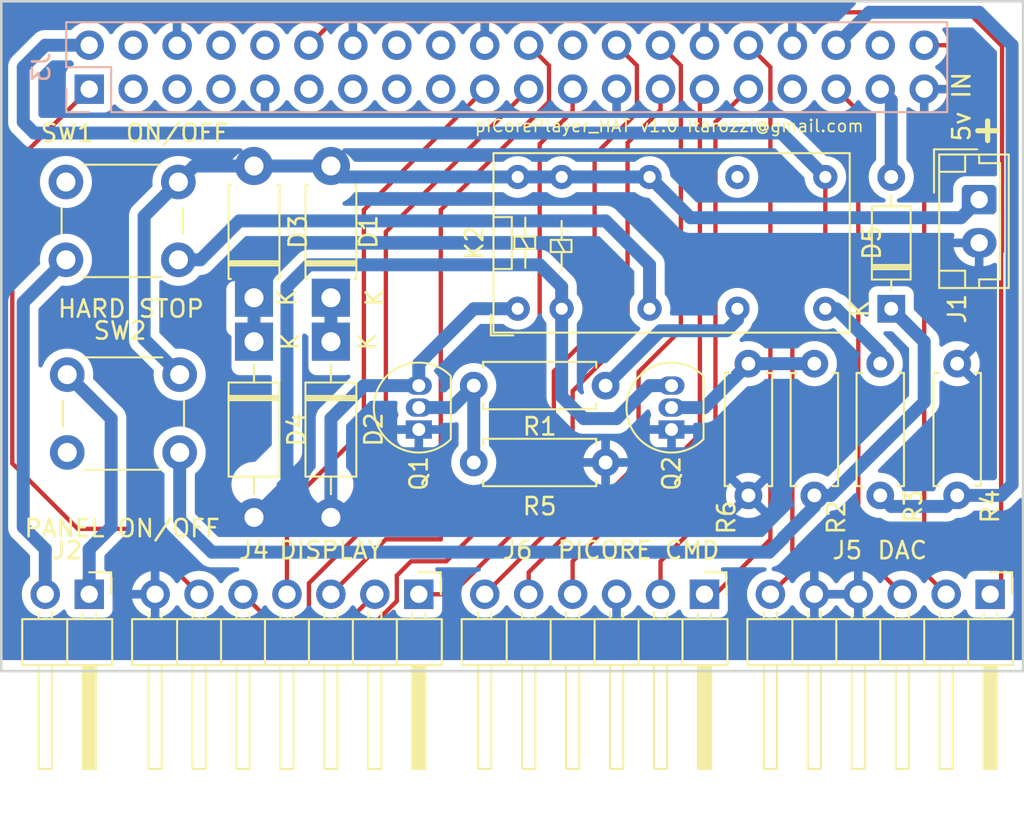
<source format=kicad_pcb>
(kicad_pcb (version 20221018) (generator pcbnew)
  (layers (0 "F.Cu" signal) (31 "B.Cu" signal) (34 "B.Paste" user) (35 "F.Paste" user) (36 "B.SilkS" user "B.Silkscreen") (37 "F.SilkS" user "F.Silkscreen") (38 "B.Mask" user) (39 "F.Mask" user) (44 "Edge.Cuts" user))
  (net 0 "")
  (net 1 "Net-(D1-K)")
  (net 2 "+5V")
  (net 3 "Net-(D2-A)")
  (net 4 "Net-(D3-K)")
  (net 5 "Net-(D4-A)")
  (net 6 "Net-(D5-K)")
  (net 7 "GND")
  (net 9 "Net-(K2-Pad11)")
  (net 10 "Net-(J2-Pin_2)")
  (net 11 "Net-(Q1-B)")
  (net 12 "Net-(Q2-B)")
  (net 13 "/GPIO_POWEROFF_STATUS")
  (net 14 "/DAC_VCC")
  (net 15 "/DAC_BCK")
  (net 17 "/DISPLAY_VCC")
  (net 21 "/ENCODER_CCW")
  (net 24 "/ENCODER_CW")
  (net 26 "/DISPLAY_SDA")
  (net 27 "/DISPLAY_DC")
  (net 28 "/DISPLAY_RST")
  (net 29 "/DISPLAY_SCL")
  (net 30 "/DISPLAY_CS")
  (net 31 "/ENCODER_BTN")
  (net 32 "/DAC_LRCK")
  (net 33 "/SHUTDOWN_CMD")
  (net 34 "/DAC_DATA")
  (net 41 "/PICORE_BTN1")
  (net 42 "/PICORE_BTN2")
  (net 43 "Net-(K2-Pad9)")
  (footprint "Button_Switch_THT:SW_PUSH_6mm_H4.3mm" (layer "F.Cu") (at 115.495 77.125)
    (fp_text reference "SW1" (at 0.075 -2.83) (layer "F.SilkS"))
    (fp_text value "ON/OFF" (at 6.425 -2.83) (layer "F.SilkS"))
    (pad "1" thru_hole circle (at 0 0 90) (size 2 2) (drill 1.1) (layers "*.Cu" "*.Mask") (net 2 "+5V"))
    (pad "1" thru_hole circle (at 6.5 0 90) (size 2 2) (drill 1.1) (layers "*.Cu" "*.Mask") (net 2 "+5V"))
    (pad "2" thru_hole circle (at 0 4.5 90) (size 2 2) (drill 1.1) (layers "*.Cu" "*.Mask") (net 10 "Net-(J2-Pin_2)"))
    (pad "2" thru_hole circle (at 6.5 4.5 90) (size 2 2) (drill 1.1) (layers "*.Cu" "*.Mask") (net 10 "Net-(J2-Pin_2)"))
  )
  (footprint "Connector_JST:JST_EH_B2B-EH-A_1x02_P2.50mm_Vertical" (layer "F.Cu") (at 168.275 78.145 -90)
    (fp_text reference "J1" (at 6.31 1.27 90) (layer "F.SilkS"))
    (fp_text value "5v IN" (at -5.374 1.016 90) (layer "F.SilkS"))
    (pad "1" thru_hole roundrect (at 0 0 270) (size 1.7 2) (drill 1) (layers "*.Cu" "*.Mask") (roundrect_rratio 0.1470588235) (net 2 "+5V"))
    (pad "2" thru_hole oval (at 2.5 0 270) (size 1.7 2) (drill 1) (layers "*.Cu" "*.Mask") (net 7 "GND"))
  )
  (footprint "Package_TO_SOT_THT:TO-92_Inline" (layer "F.Cu") (at 150.495 91.44 90)
    (fp_text reference "Q2" (at -2.54 0 90) (layer "F.SilkS"))
    (fp_text value "2N3904" hide)
    (pad "1" thru_hole rect (at 0 0 90) (size 1.05 1.5) (drill 0.75) (layers "*.Cu" "*.Mask") (net 7 "GND"))
    (pad "2" thru_hole oval (at 1.27 0 90) (size 1.05 1.5) (drill 0.75) (layers "*.Cu" "*.Mask") (net 12 "Net-(Q2-B)"))
    (pad "3" thru_hole oval (at 2.54 0 90) (size 1.05 1.5) (drill 0.75) (layers "*.Cu" "*.Mask") (net 5 "Net-(D4-A)"))
  )
  (footprint "Resistor_THT:R_Axial_DIN0207_L6.3mm_D2.5mm_P7.62mm_Horizontal" (layer "F.Cu") (at 146.685 88.9 180)
    (fp_text reference "R1" (at 3.81 -2.37) (layer "F.SilkS"))
    (fp_text value "1k")
    (pad "1" thru_hole circle (at 0 0 180) (size 1.6 1.6) (drill 0.8) (layers "*.Cu" "*.Mask") (net 9 "Net-(K2-Pad11)"))
    (pad "2" thru_hole oval (at 7.62 0 180) (size 1.6 1.6) (drill 0.8) (layers "*.Cu" "*.Mask") (net 11 "Net-(Q1-B)"))
  )
  (footprint "Diode_THT:D_DO-41_SOD81_P10.16mm_Horizontal" (layer "F.Cu") (at 126.365 86.36 -90)
    (fp_text reference "D4" (at 5.08 -2.47 -90) (layer "F.SilkS"))
    (fp_text value "1N4007")
    (fp_text user "K" (at 0 -2.1 -90) (layer "F.SilkS"))
    (pad "1" thru_hole rect (at 0 0 270) (size 2.2 2.2) (drill 1.1) (layers "*.Cu" "*.Mask") (net 4 "Net-(D3-K)"))
    (pad "2" thru_hole oval (at 10.16 0 270) (size 2.2 2.2) (drill 1.1) (layers "*.Cu" "*.Mask") (net 5 "Net-(D4-A)"))
  )
  (footprint "Diode_THT:D_DO-41_SOD81_P10.16mm_Horizontal" (layer "F.Cu") (at 130.81 86.36 -90)
    (fp_text reference "D2" (at 5.08 -2.47 -90) (layer "F.SilkS"))
    (fp_text value "1N4007")
    (fp_text user "K" (at 0 -2.1 -90) (layer "F.SilkS"))
    (pad "1" thru_hole rect (at 0 0 270) (size 2.2 2.2) (drill 1.1) (layers "*.Cu" "*.Mask") (net 1 "Net-(D1-K)"))
    (pad "2" thru_hole oval (at 10.16 0 270) (size 2.2 2.2) (drill 1.1) (layers "*.Cu" "*.Mask") (net 3 "Net-(D2-A)"))
  )
  (footprint "Diode_THT:D_DO-35_SOD27_P7.62mm_Horizontal" (layer "F.Cu") (at 163.195 84.455 90)
    (fp_text reference "D5" (at 3.81 -1.12 90) (layer "F.SilkS"))
    (fp_text value "1N4148")
    (fp_text user "K" (at 0 -1.8 90) (layer "F.SilkS"))
    (pad "1" thru_hole rect (at 0 0 90) (size 1.6 1.6) (drill 0.8) (layers "*.Cu" "*.Mask") (net 6 "Net-(D5-K)"))
    (pad "2" thru_hole oval (at 7.62 0 90) (size 1.6 1.6) (drill 0.8) (layers "*.Cu" "*.Mask") (net 13 "/GPIO_POWEROFF_STATUS"))
  )
  (footprint "Resistor_THT:R_Axial_DIN0207_L6.3mm_D2.5mm_P7.62mm_Horizontal" (layer "F.Cu") (at 162.56 87.63 -90)
    (fp_text reference "R3" (at 8.255 -1.905 90) (layer "F.SilkS"))
    (fp_text value "10k")
    (pad "1" thru_hole circle (at 0 0 270) (size 1.6 1.6) (drill 0.8) (layers "*.Cu" "*.Mask") (net 43 "Net-(K2-Pad9)"))
    (pad "2" thru_hole oval (at 7.62 0 270) (size 1.6 1.6) (drill 0.8) (layers "*.Cu" "*.Mask") (net 33 "/SHUTDOWN_CMD"))
  )
  (footprint "Package_TO_SOT_THT:TO-92_Inline" (layer "F.Cu") (at 135.89 91.44 90)
    (fp_text reference "Q1" hide)
    (fp_text value "2N3904")
    (pad "1" thru_hole rect (at 0 0 90) (size 1.05 1.5) (drill 0.75) (layers "*.Cu" "*.Mask") (net 7 "GND"))
    (pad "2" thru_hole oval (at 1.27 0 90) (size 1.05 1.5) (drill 0.75) (layers "*.Cu" "*.Mask") (net 11 "Net-(Q1-B)"))
    (pad "3" thru_hole oval (at 2.54 0 90) (size 1.05 1.5) (drill 0.75) (layers "*.Cu" "*.Mask") (net 3 "Net-(D2-A)"))
  )
  (footprint "Connector_PinHeader_2.54mm:PinHeader_1x02_P2.54mm_Horizontal" (layer "F.Cu") (at 116.84 100.965 -90)
    (fp_text reference "J2" (at -2.54 1.27 -180) (layer "F.SilkS"))
    (fp_text value "PANEL ON/OFF" (at -3.81 -1.905 -180) (layer "F.SilkS"))
    (pad "1" thru_hole rect (at 0 0 270) (size 1.7 1.7) (drill 1) (layers "*.Cu" "*.Mask") (net 2 "+5V"))
    (pad "2" thru_hole oval (at 0 2.54 270) (size 1.7 1.7) (drill 1) (layers "*.Cu" "*.Mask") (net 10 "Net-(J2-Pin_2)"))
  )
  (footprint "Resistor_THT:R_Axial_DIN0207_L6.3mm_D2.5mm_P7.62mm_Horizontal" (layer "F.Cu") (at 167.005 87.63 -90)
    (fp_text reference "R4" (at 8.255 -1.905 90) (layer "F.SilkS"))
    (fp_text value "15k")
    (pad "1" thru_hole circle (at 0 0 270) (size 1.6 1.6) (drill 0.8) (layers "*.Cu" "*.Mask") (net 7 "GND"))
    (pad "2" thru_hole oval (at 7.62 0 270) (size 1.6 1.6) (drill 0.8) (layers "*.Cu" "*.Mask") (net 33 "/SHUTDOWN_CMD"))
  )
  (footprint "Resistor_THT:R_Axial_DIN0207_L6.3mm_D2.5mm_P7.62mm_Horizontal" (layer "F.Cu") (at 158.75 95.25 90)
    (fp_text reference "R2" hide)
    (fp_text value "1k")
    (pad "1" thru_hole circle (at 0 0 90) (size 1.6 1.6) (drill 0.8) (layers "*.Cu" "*.Mask") (net 6 "Net-(D5-K)"))
    (pad "2" thru_hole oval (at 7.62 0 90) (size 1.6 1.6) (drill 0.8) (layers "*.Cu" "*.Mask") (net 12 "Net-(Q2-B)"))
  )
  (footprint "Button_Switch_THT:SW_PUSH_6mm_H4.3mm" (layer "F.Cu") (at 115.57 88.265)
    (fp_text reference "SW2" (at 3.048 -2.54) (layer "F.SilkS"))
    (fp_text value "HARD STOP" (at 3.683 -3.81) (layer "F.SilkS"))
    (pad "1" thru_hole circle (at 0 0 90) (size 2 2) (drill 1.1) (layers "*.Cu" "*.Mask") (net 2 "+5V"))
    (pad "1" thru_hole circle (at 6.5 0 90) (size 2 2) (drill 1.1) (layers "*.Cu" "*.Mask") (net 2 "+5V"))
    (pad "2" thru_hole circle (at 0 4.5 90) (size 2 2) (drill 1.1) (layers "*.Cu" "*.Mask") (net 6 "Net-(D5-K)"))
    (pad "2" thru_hole circle (at 6.5 4.5 90) (size 2 2) (drill 1.1) (layers "*.Cu" "*.Mask") (net 6 "Net-(D5-K)"))
  )
  (footprint "Connector_PinHeader_2.54mm:PinHeader_1x06_P2.54mm_Horizontal" (layer "F.Cu") (at 168.91 100.965 -90)
    (fp_text reference "J5" (at -2.54 8.255) (layer "F.SilkS"))
    (fp_text value "DAC" (at -2.54 5.08) (layer "F.SilkS"))
    (pad "1" thru_hole rect (at 0 0 270) (size 1.7 1.7) (drill 1) (layers "*.Cu" "*.Mask") (net 15 "/DAC_BCK"))
    (pad "2" thru_hole oval (at 0 2.54 270) (size 1.7 1.7) (drill 1) (layers "*.Cu" "*.Mask") (net 34 "/DAC_DATA"))
    (pad "3" thru_hole oval (at 0 5.08 270) (size 1.7 1.7) (drill 1) (layers "*.Cu" "*.Mask") (net 32 "/DAC_LRCK"))
    (pad "4" thru_hole oval (at 0 7.62 270) (size 1.7 1.7) (drill 1) (layers "*.Cu" "*.Mask") (net 7 "GND"))
    (pad "5" thru_hole oval (at 0 10.16 270) (size 1.7 1.7) (drill 1) (layers "*.Cu" "*.Mask") (net 7 "GND"))
    (pad "6" thru_hole oval (at 0 12.7 270) (size 1.7 1.7) (drill 1) (layers "*.Cu" "*.Mask") (net 14 "/DAC_VCC"))
  )
  (footprint "mypackages:Relay_HFD2-05ML2A_2 coils latching" (layer "F.Cu") (at 141.605 84.455 90)
    (fp_text reference "K2" (at 3.81 -2.5 90) (layer "F.SilkS"))
    (fp_text value "Relay_HFD2_bistabile")
    (pad "1" thru_hole circle (at 7.62 0 90) (size 1.4 1.4) (drill 0.7) (layers "*.Cu" "*.Mask") (net 2 "+5V"))
    (pad "2" thru_hole circle (at 7.62 2.54 90) (size 1.4 1.4) (drill 0.7) (layers "*.Cu" "*.Mask") (net 2 "+5V"))
    (pad "4" thru_hole circle (at 7.62 7.62 90) (size 1.4 1.4) (drill 0.7) (layers "*.Cu" "*.Mask") (net 2 "+5V"))
    (pad "6" thru_hole circle (at 7.62 12.7 90) (size 1.4 1.4) (drill 0.7) (layers "*.Cu" "*.Mask"))
    (pad "8" thru_hole circle (at 7.62 17.78 90) (size 1.4 1.4) (drill 0.7) (layers "*.Cu" "*.Mask") (net 14 "/DAC_VCC"))
    (pad "9" thru_hole circle (at 0 17.78 90) (size 1.4 1.4) (drill 0.7) (layers "*.Cu" "*.Mask") (net 43 "Net-(K2-Pad9)"))
    (pad "11" thru_hole circle (at 0 12.7 90) (size 1.4 1.4) (drill 0.7) (layers "*.Cu" "*.Mask") (net 9 "Net-(K2-Pad11)"))
    (pad "13" thru_hole circle (at 0 7.62 90) (size 1.4 1.4) (drill 0.7) (layers "*.Cu" "*.Mask") (net 10 "Net-(J2-Pin_2)"))
    (pad "15" thru_hole circle (at 0 2.54 90) (size 1.4 1.4) (drill 0.7) (layers "*.Cu" "*.Mask") (net 5 "Net-(D4-A)"))
    (pad "16" thru_hole circle (at 0 0 90) (size 1.4 1.4) (drill 0.7) (layers "*.Cu" "*.Mask") (net 3 "Net-(D2-A)"))
  )
  (footprint "Resistor_THT:R_Axial_DIN0207_L6.3mm_D2.5mm_P7.62mm_Horizontal" (layer "F.Cu") (at 154.94 95.25 90)
    (fp_text reference "R6" (at -1.27 -1.27 90) (layer "F.SilkS"))
    (fp_text value "10k")
    (pad "1" thru_hole circle (at 0 0 90) (size 1.6 1.6) (drill 0.8) (layers "*.Cu" "*.Mask") (net 7 "GND"))
    (pad "2" thru_hole oval (at 7.62 0 90) (size 1.6 1.6) (drill 0.8) (layers "*.Cu" "*.Mask") (net 12 "Net-(Q2-B)"))
  )
  (footprint "Diode_THT:D_DO-41_SOD81_P7.62mm_Horizontal" (layer "F.Cu") (at 130.81 83.82 90)
    (fp_text reference "D1" (at 3.81 2.17 90) (layer "F.SilkS"))
    (fp_text value "1N4736A")
    (fp_text user "K" (at 0 2.54 90) (layer "F.SilkS"))
    (pad "1" thru_hole rect (at 0 0 90) (size 2.2 2.2) (drill 1.1) (layers "*.Cu" "*.Mask") (net 1 "Net-(D1-K)"))
    (pad "2" thru_hole oval (at 7.62 0 90) (size 2.2 2.2) (drill 1.1) (layers "*.Cu" "*.Mask") (net 2 "+5V"))
  )
  (footprint "Diode_THT:D_DO-41_SOD81_P7.62mm_Horizontal" (layer "F.Cu") (at 126.365 83.82 90)
    (fp_text reference "D3" (at 3.81 2.54 90) (layer "F.SilkS"))
    (fp_text value "1N4736A")
    (fp_text user "K" (at 0 1.905 90) (layer "F.SilkS"))
    (pad "1" thru_hole rect (at 0 0 90) (size 2.2 2.2) (drill 1.1) (layers "*.Cu" "*.Mask") (net 4 "Net-(D3-K)"))
    (pad "2" thru_hole oval (at 7.62 0 90) (size 2.2 2.2) (drill 1.1) (layers "*.Cu" "*.Mask") (net 2 "+5V"))
  )
  (footprint "Resistor_THT:R_Axial_DIN0207_L6.3mm_D2.5mm_P7.62mm_Horizontal" (layer "F.Cu") (at 139.065 93.345)
    (fp_text reference "R5" (at 3.81 2.54) (layer "F.SilkS"))
    (fp_text value "10k")
    (pad "1" thru_hole circle (at 0 0) (size 1.6 1.6) (drill 0.8) (layers "*.Cu" "*.Mask") (net 11 "Net-(Q1-B)"))
    (pad "2" thru_hole oval (at 7.62 0) (size 1.6 1.6) (drill 0.8) (layers "*.Cu" "*.Mask") (net 7 "GND"))
  )
  (footprint "Connector_PinHeader_2.54mm:PinHeader_1x07_P2.54mm_Horizontal" (layer "F.Cu") (at 135.89 100.965 -90)
    (fp_text reference "J4" (at -2.54 9.525) (layer "F.SilkS"))
    (fp_text value "DISPLAY" (at -2.54 5.08 180) (layer "F.SilkS"))
    (pad "1" thru_hole rect (at 0 0 270) (size 1.7 1.7) (drill 1) (layers "*.Cu" "*.Mask") (net 30 "/DISPLAY_CS"))
    (pad "2" thru_hole oval (at 0 2.54 270) (size 1.7 1.7) (drill 1) (layers "*.Cu" "*.Mask") (net 27 "/DISPLAY_DC"))
    (pad "3" thru_hole oval (at 0 5.08 270) (size 1.7 1.7) (drill 1) (layers "*.Cu" "*.Mask") (net 28 "/DISPLAY_RST"))
    (pad "4" thru_hole oval (at 0 7.62 270) (size 1.7 1.7) (drill 1) (layers "*.Cu" "*.Mask") (net 26 "/DISPLAY_SDA"))
    (pad "5" thru_hole oval (at 0 10.16 270) (size 1.7 1.7) (drill 1) (layers "*.Cu" "*.Mask") (net 29 "/DISPLAY_SCL"))
    (pad "6" thru_hole oval (at 0 12.7 270) (size 1.7 1.7) (drill 1) (layers "*.Cu" "*.Mask") (net 17 "/DISPLAY_VCC"))
    (pad "7" thru_hole oval (at 0 15.24 270) (size 1.7 1.7) (drill 1) (layers "*.Cu" "*.Mask") (net 7 "GND"))
  )
  (footprint "Connector_PinHeader_2.54mm:PinHeader_1x06_P2.54mm_Horizontal" (layer "F.Cu") (at 152.4 100.965 -90)
    (fp_text reference "J6" (at -2.54 10.795) (layer "F.SilkS"))
    (fp_text value "PICORE ENCODER & BTN")
    (fp_text user "PICORE CMD" (at -2.54 3.81 unlocked) (layer "F.SilkS"))
    (pad "1" thru_hole rect (at 0 0 270) (size 1.7 1.7) (drill 1) (layers "*.Cu" "*.Mask") (net 31 "/ENCODER_BTN"))
    (pad "2" thru_hole oval (at 0 2.54 270) (size 1.7 1.7) (drill 1) (layers "*.Cu" "*.Mask") (net 24 "/ENCODER_CW"))
    (pad "3" thru_hole oval (at 0 5.08 270) (size 1.7 1.7) (drill 1) (layers "*.Cu" "*.Mask") (net 7 "GND"))
    (pad "4" thru_hole oval (at 0 7.62 270) (size 1.7 1.7) (drill 1) (layers "*.Cu" "*.Mask") (net 21 "/ENCODER_CCW"))
    (pad "5" thru_hole oval (at 0 10.16 270) (size 1.7 1.7) (drill 1) (layers "*.Cu" "*.Mask") (net 41 "/PICORE_BTN1"))
    (pad "6" thru_hole oval (at 0 12.7 270) (size 1.7 1.7) (drill 1) (layers "*.Cu" "*.Mask") (net 42 "/PICORE_BTN2"))
  )
  (footprint "Connector_PinSocket_2.54mm:PinSocket_2x20_P2.54mm_Vertical" (layer "B.Cu") (at 116.84 71.755 -90)
    (fp_text reference "J3" (at -1.27 2.77 90) (layer "B.SilkS") (effects (justify mirror)))
    (fp_text value "Raspberry_Pi3")
    (pad "1" thru_hole rect (at 0 0 270) (size 1.7 1.7) (drill 1) (layers "*.Cu" "*.Mask") (net 17 "/DISPLAY_VCC"))
    (pad "2" thru_hole oval (at -2.54 0 270) (size 1.7 1.7) (drill 1) (layers "*.Cu" "*.Mask") (net 14 "/DAC_VCC"))
    (pad "3" thru_hole oval (at 0 -2.54 270) (size 1.7 1.7) (drill 1) (layers "*.Cu" "*.Mask"))
    (pad "4" thru_hole oval (at -2.54 -2.54 270) (size 1.7 1.7) (drill 1) (layers "*.Cu" "*.Mask") (net 14 "/DAC_VCC"))
    (pad "5" thru_hole oval (at 0 -5.08 270) (size 1.7 1.7) (drill 1) (layers "*.Cu" "*.Mask"))
    (pad "6" thru_hole oval (at -2.54 -5.08 270) (size 1.7 1.7) (drill 1) (layers "*.Cu" "*.Mask") (net 7 "GND"))
    (pad "7" thru_hole oval (at 0 -7.62 270) (size 1.7 1.7) (drill 1) (layers "*.Cu" "*.Mask"))
    (pad "8" thru_hole oval (at -2.54 -7.62 270) (size 1.7 1.7) (drill 1) (layers "*.Cu" "*.Mask"))
    (pad "9" thru_hole oval (at 0 -10.16 270) (size 1.7 1.7) (drill 1) (layers "*.Cu" "*.Mask") (net 7 "GND"))
    (pad "10" thru_hole oval (at -2.54 -10.16 270) (size 1.7 1.7) (drill 1) (layers "*.Cu" "*.Mask"))
    (pad "11" thru_hole oval (at 0 -12.7 270) (size 1.7 1.7) (drill 1) (layers "*.Cu" "*.Mask"))
    (pad "12" thru_hole oval (at -2.54 -12.7 270) (size 1.7 1.7) (drill 1) (layers "*.Cu" "*.Mask") (net 15 "/DAC_BCK"))
    (pad "13" thru_hole oval (at 0 -15.24 270) (size 1.7 1.7) (drill 1) (layers "*.Cu" "*.Mask"))
    (pad "14" thru_hole oval (at -2.54 -15.24 270) (size 1.7 1.7) (drill 1) (layers "*.Cu" "*.Mask") (net 7 "GND"))
    (pad "15" thru_hole oval (at 0 -17.78 270) (size 1.7 1.7) (drill 1) (layers "*.Cu" "*.Mask"))
    (pad "16" thru_hole oval (at -2.54 -17.78 270) (size 1.7 1.7) (drill 1) (layers "*.Cu" "*.Mask"))
    (pad "17" thru_hole oval (at 0 -20.32 270) (size 1.7 1.7) (drill 1) (layers "*.Cu" "*.Mask") (net 17 "/DISPLAY_VCC"))
    (pad "18" thru_hole oval (at -2.54 -20.32 270) (size 1.7 1.7) (drill 1) (layers "*.Cu" "*.Mask"))
    (pad "19" thru_hole oval (at 0 -22.86 270) (size 1.7 1.7) (drill 1) (layers "*.Cu" "*.Mask") (net 26 "/DISPLAY_SDA"))
    (pad "20" thru_hole oval (at -2.54 -22.86 270) (size 1.7 1.7) (drill 1) (layers "*.Cu" "*.Mask") (net 7 "GND"))
    (pad "21" thru_hole oval (at 0 -25.4 270) (size 1.7 1.7) (drill 1) (layers "*.Cu" "*.Mask") (net 27 "/DISPLAY_DC"))
    (pad "22" thru_hole oval (at -2.54 -25.4 270) (size 1.7 1.7) (drill 1) (layers "*.Cu" "*.Mask") (net 28 "/DISPLAY_RST"))
    (pad "23" thru_hole oval (at 0 -27.94 270) (size 1.7 1.7) (drill 1) (layers "*.Cu" "*.Mask") (net 29 "/DISPLAY_SCL"))
    (pad "24" thru_hole oval (at -2.54 -27.94 270) (size 1.7 1.7) (drill 1) (layers "*.Cu" "*.Mask"))
    (pad "25" thru_hole oval (at 0 -30.48 270) (size 1.7 1.7) (drill 1) (layers "*.Cu" "*.Mask") (net 7 "GND"))
    (pad "26" thru_hole oval (at -2.54 -30.48 270) (size 1.7 1.7) (drill 1) (layers "*.Cu" "*.Mask") (net 30 "/DISPLAY_CS"))
    (pad "27" thru_hole oval (at 0 -33.02 270) (size 1.7 1.7) (drill 1) (layers "*.Cu" "*.Mask") (net 42 "/PICORE_BTN2"))
    (pad "28" thru_hole oval (at -2.54 -33.02 270) (size 1.7 1.7) (drill 1) (layers "*.Cu" "*.Mask") (net 41 "/PICORE_BTN1"))
    (pad "29" thru_hole oval (at 0 -35.56 270) (size 1.7 1.7) (drill 1) (layers "*.Cu" "*.Mask") (net 21 "/ENCODER_CCW"))
    (pad "30" thru_hole oval (at -2.54 -35.56 270) (size 1.7 1.7) (drill 1) (layers "*.Cu" "*.Mask") (net 7 "GND"))
    (pad "31" thru_hole oval (at 0 -38.1 270) (size 1.7 1.7) (drill 1) (layers "*.Cu" "*.Mask") (net 24 "/ENCODER_CW"))
    (pad "32" thru_hole oval (at -2.54 -38.1 270) (size 1.7 1.7) (drill 1) (layers "*.Cu" "*.Mask") (net 31 "/ENCODER_BTN"))
    (pad "33" thru_hole oval (at 0 -40.64 270) (size 1.7 1.7) (drill 1) (layers "*.Cu" "*.Mask"))
    (pad "34" thru_hole oval (at -2.54 -40.64 270) (size 1.7 1.7) (drill 1) (layers "*.Cu" "*.Mask") (net 7 "GND"))
    (pad "35" thru_hole oval (at 0 -43.18 270) (size 1.7 1.7) (drill 1) (layers "*.Cu" "*.Mask") (net 32 "/DAC_LRCK"))
    (pad "36" thru_hole oval (at -2.54 -43.18 270) (size 1.7 1.7) (drill 1) (layers "*.Cu" "*.Mask") (net 33 "/SHUTDOWN_CMD"))
    (pad "37" thru_hole oval (at 0 -45.72 270) (size 1.7 1.7) (drill 1) (layers "*.Cu" "*.Mask") (net 13 "/GPIO_POWEROFF_STATUS"))
    (pad "38" thru_hole oval (at -2.54 -45.72 270) (size 1.7 1.7) (drill 1) (layers "*.Cu" "*.Mask"))
    (pad "39" thru_hole oval (at 0 -48.26 270) (size 1.7 1.7) (drill 1) (layers "*.Cu" "*.Mask") (net 7 "GND"))
    (pad "40" thru_hole oval (at -2.54 -48.26 270) (size 1.7 1.7) (drill 1) (layers "*.Cu" "*.Mask") (net 34 "/DAC_DATA"))
  )
  (gr_rect (start 111.76 66.675) (end 170.815 105.41) (stroke (width 0.15)) (fill none) (layer "Edge.Cuts"))
  (gr_text "piCorePlayer_HAT v1.0 itarozzi@gmail.com" (at 139.065 74.295) (layer "F.SilkS") (effects (font (size 0.7 0.7) (thickness 0.1)) (justify left bottom)))
  (gr_text "Q1" (at 135.89 93.98 90) (layer "F.SilkS") (effects (font (size 1 1))))
  (gr_text "R2" (at 160.02 96.52 90) (layer "F.SilkS") (effects (font (size 1 1))))
  (gr_text "+" (at 167.64 74.93) (layer "F.SilkS") (effects (font (size 1.5 1.5) (thickness 0.3) bold) (justify left bottom)))
  (segment (start 130.81 83.82) (end 130.81 86.995) (width 0.75) (layer "B.Cu") (net 1))
  (segment (start 131.445 76.835) (end 141.605 76.835) (width 0.75) (layer "B.Cu") (net 2))
  (segment (start 151.58 79.19) (end 167.23 79.19) (width 0.75) (layer "B.Cu") (net 2))
  (segment (start 118.11 97.085) (end 116.84 98.355) (width 0.75) (layer "B.Cu") (net 2))
  (segment (start 118.11 90.805) (end 118.11 97.085) (width 0.75) (layer "B.Cu") (net 2))
  (segment (start 126.365 76.2) (end 122.92 76.2) (width 0.75) (layer "B.Cu") (net 2))
  (segment (start 116.84 98.355) (end 116.84 100.965) (width 0.75) (layer "B.Cu") (net 2))
  (segment (start 120.015 86.21) (end 122.07 88.265) (width 0.75) (layer "B.Cu") (net 2))
  (segment (start 130.81 76.2) (end 131.445 76.835) (width 0.75) (layer "B.Cu") (net 2))
  (segment (start 115.57 88.265) (end 118.11 90.805) (width 0.75) (layer "B.Cu") (net 2))
  (segment (start 121.995 77.125) (end 120.015 79.105) (width 0.75) (layer "B.Cu") (net 2))
  (segment (start 122.92 76.2) (end 121.995 77.125) (width 0.75) (layer "B.Cu") (net 2))
  (segment (start 149.225 76.835) (end 151.58 79.19) (width 0.75) (layer "B.Cu") (net 2))
  (segment (start 167.23 79.19) (end 168.275 78.145) (width 0.75) (layer "B.Cu") (net 2))
  (segment (start 120.015 79.105) (end 120.015 86.21) (width 0.75) (layer "B.Cu") (net 2))
  (segment (start 126.365 76.2) (end 130.81 76.2) (width 0.75) (layer "B.Cu") (net 2))
  (segment (start 141.605 76.835) (end 149.225 76.835) (width 0.75) (layer "B.Cu") (net 2))
  (segment (start 135.89 87.63) (end 139.065 84.455) (width 0.75) (layer "B.Cu") (net 3))
  (segment (start 130.81 96.52) (end 130.81 90.805) (width 0.75) (layer "B.Cu") (net 3))
  (segment (start 135.89 88.9) (end 135.89 87.63) (width 0.75) (layer "B.Cu") (net 3))
  (segment (start 132.715 88.9) (end 135.89 88.9) (width 0.75) (layer "B.Cu") (net 3))
  (segment (start 130.81 90.805) (end 132.715 88.9) (width 0.75) (layer "B.Cu") (net 3))
  (segment (start 139.065 84.455) (end 141.605 84.455) (width 0.75) (layer "B.Cu") (net 3))
  (segment (start 126.365 83.82) (end 126.365 86.995) (width 0.75) (layer "B.Cu") (net 4))
  (segment (start 129.54 81.915) (end 128.27 83.185) (width 0.75) (layer "B.Cu") (net 5))
  (segment (start 128.27 94.615) (end 126.365 96.52) (width 0.75) (layer "B.Cu") (net 5))
  (segment (start 144.145 89.535) (end 144.145 84.455) (width 0.75) (layer "B.Cu") (net 5))
  (segment (start 145.415 90.805) (end 144.145 89.535) (width 0.75) (layer "B.Cu") (net 5))
  (segment (start 142.875 81.915) (end 129.54 81.915) (width 0.75) (layer "B.Cu") (net 5))
  (segment (start 149.225 88.9) (end 147.32 90.805) (width 0.75) (layer "B.Cu") (net 5))
  (segment (start 150.495 88.9) (end 149.225 88.9) (width 0.75) (layer "B.Cu") (net 5))
  (segment (start 128.27 83.185) (end 128.27 94.615) (width 0.75) (layer "B.Cu") (net 5))
  (segment (start 144.145 84.455) (end 144.145 83.185) (width 0.75) (layer "B.Cu") (net 5))
  (segment (start 144.145 83.185) (end 142.875 81.915) (width 0.75) (layer "B.Cu") (net 5))
  (segment (start 147.32 90.805) (end 145.415 90.805) (width 0.75) (layer "B.Cu") (net 5))
  (segment (start 165.1 89.8525) (end 165.1 86.36) (width 0.75) (layer "B.Cu") (net 6))
  (segment (start 158.75 95.25) (end 159.7025 95.25) (width 0.75) (layer "B.Cu") (net 6))
  (segment (start 156.95 97.685) (end 156.95 97.724544) (width 0.75) (layer "B.Cu") (net 6))
  (segment (start 158.75 95.885) (end 156.95 97.685) (width 0.75) (layer "B.Cu") (net 6))
  (segment (start 123.93 98.53) (end 122.07 96.67) (width 0.75) (layer "B.Cu") (net 6))
  (segment (start 158.75 95.25) (end 158.75 95.885) (width 0.75) (layer "B.Cu") (net 6))
  (segment (start 159.7025 95.25) (end 165.1 89.8525) (width 0.75) (layer "B.Cu") (net 6))
  (segment (start 122.07 96.67) (end 122.07 92.765) (width 0.75) (layer "B.Cu") (net 6))
  (segment (start 156.144544 98.53) (end 123.93 98.53) (width 0.75) (layer "B.Cu") (net 6))
  (segment (start 156.95 97.724544) (end 156.144544 98.53) (width 0.75) (layer "B.Cu") (net 6))
  (segment (start 165.1 86.36) (end 163.195 84.455) (width 0.75) (layer "B.Cu") (net 6))
  (segment (start 154.305 85.09) (end 153.67 85.725) (width 0.75) (layer "B.Cu") (net 9))
  (segment (start 153.67 85.725) (end 149.86 85.725) (width 0.75) (layer "B.Cu") (net 9))
  (segment (start 149.86 85.725) (end 146.685 88.9) (width 0.75) (layer "B.Cu") (net 9))
  (segment (start 154.305 84.455) (end 154.305 85.09) (width 0.75) (layer "B.Cu") (net 9))
  (segment (start 125.515 79.375) (end 146.685 79.375) (width 0.75) (layer "B.Cu") (net 10))
  (segment (start 123.265 81.625) (end 125.515 79.375) (width 0.75) (layer "B.Cu") (net 10))
  (segment (start 113.03 84.09) (end 115.495 81.625) (width 0.75) (layer "B.Cu") (net 10))
  (segment (start 121.995 81.625) (end 123.265 81.625) (width 0.75) (layer "B.Cu") (net 10))
  (segment (start 113.03 97.085) (end 113.03 84.09) (width 0.75) (layer "B.Cu") (net 10))
  (segment (start 146.685 79.375) (end 149.225 81.915) (width 0.75) (layer "B.Cu") (net 10))
  (segment (start 149.225 81.915) (end 149.225 84.455) (width 0.75) (layer "B.Cu") (net 10))
  (segment (start 114.3 98.355) (end 113.03 97.085) (width 0.75) (layer "B.Cu") (net 10))
  (segment (start 114.3 100.965) (end 114.3 98.355) (width 0.75) (layer "B.Cu") (net 10))
  (segment (start 139.065 88.9) (end 137.795 90.17) (width 0.75) (layer "B.Cu") (net 11))
  (segment (start 139.065 93.345) (end 139.065 88.9) (width 0.75) (layer "B.Cu") (net 11))
  (segment (start 137.795 90.17) (end 135.89 90.17) (width 0.75) (layer "B.Cu") (net 11))
  (segment (start 152.4 90.17) (end 154.94 87.63) (width 0.75) (layer "B.Cu") (net 12))
  (segment (start 150.495 90.17) (end 152.4 90.17) (width 0.75) (layer "B.Cu") (net 12))
  (segment (start 154.94 87.63) (end 158.75 87.63) (width 0.75) (layer "B.Cu") (net 12))
  (segment (start 163.195 72.39) (end 162.56 71.755) (width 0.75) (layer "B.Cu") (net 13))
  (segment (start 163.195 76.835) (end 163.195 72.39) (width 0.75) (layer "B.Cu") (net 13))
  (segment (start 156.21 100.965) (end 157.48 99.695) (width 0.25) (layer "F.Cu") (net 14))
  (segment (start 157.48 99.695) (end 157.48 83.185) (width 0.25) (layer "F.Cu") (net 14))
  (segment (start 157.48 83.185) (end 159.385 81.28) (width 0.25) (layer "F.Cu") (net 14))
  (segment (start 159.385 81.28) (end 159.385 76.835) (width 0.25) (layer "F.Cu") (net 14))
  (segment (start 113.03 73.66) (end 113.665 74.295) (width 0.75) (layer "B.Cu") (net 14))
  (segment (start 113.665 74.295) (end 156.845 74.295) (width 0.75) (layer "B.Cu") (net 14))
  (segment (start 114.3 69.215) (end 113.03 70.485) (width 0.75) (layer "B.Cu") (net 14))
  (segment (start 113.03 70.485) (end 113.03 73.66) (width 0.75) (layer "B.Cu") (net 14))
  (segment (start 116.84 69.215) (end 114.3 69.215) (width 0.75) (layer "B.Cu") (net 14))
  (segment (start 156.845 74.295) (end 159.385 76.835) (width 0.75) (layer "B.Cu") (net 14))
  (segment (start 169.6 81.131701) (end 169.6 69.27) (width 0.25) (layer "F.Cu") (net 15))
  (segment (start 169.545 81.186701) (end 169.6 81.131701) (width 0.25) (layer "F.Cu") (net 15))
  (segment (start 169.545 100.33) (end 169.545 81.186701) (width 0.25) (layer "F.Cu") (net 15))
  (segment (start 169.6 69.27) (end 167.64 67.31) (width 0.25) (layer "F.Cu") (net 15))
  (segment (start 131.445 67.31) (end 129.54 69.215) (width 0.25) (layer "F.Cu") (net 15))
  (segment (start 168.91 100.965) (end 169.545 100.33) (width 0.25) (layer "F.Cu") (net 15))
  (segment (start 167.64 67.31) (end 131.445 67.31) (width 0.25) (layer "F.Cu") (net 15))
  (segment (start 119.4075 97.1825) (end 116.1775 97.1825) (width 0.25) (layer "F.Cu") (net 17))
  (segment (start 112.395 76.2) (end 116.84 71.755) (width 0.25) (layer "F.Cu") (net 17))
  (segment (start 112.395 93.4) (end 112.395 76.2) (width 0.25) (layer "F.Cu") (net 17))
  (segment (start 123.19 100.965) (end 119.4075 97.1825) (width 0.25) (layer "F.Cu") (net 17))
  (segment (start 116.1775 97.1825) (end 112.395 93.4) (width 0.25) (layer "F.Cu") (net 17))
  (segment (start 152.135 91.705) (end 152.135 72.02) (width 0.25) (layer "F.Cu") (net 21))
  (segment (start 152.135 72.02) (end 152.4 71.755) (width 0.25) (layer "F.Cu") (net 21))
  (segment (start 144.78 99.06) (end 152.135 91.705) (width 0.25) (layer "F.Cu") (net 21))
  (segment (start 144.78 100.965) (end 144.78 99.06) (width 0.25) (layer "F.Cu") (net 21))
  (segment (start 153.035 73.66) (end 154.94 71.755) (width 0.25) (layer "F.Cu") (net 24))
  (segment (start 149.86 99.06) (end 153.035 95.885) (width 0.25) (layer "F.Cu") (net 24))
  (segment (start 153.035 95.885) (end 153.035 73.66) (width 0.25) (layer "F.Cu") (net 24))
  (segment (start 149.86 100.965) (end 149.86 99.06) (width 0.25) (layer "F.Cu") (net 24))
  (segment (start 128.27 100.965) (end 128.27 95.885) (width 0.25) (layer "F.Cu") (net 26))
  (segment (start 132.715 91.44) (end 132.715 78.74) (width 0.25) (layer "F.Cu") (net 26))
  (segment (start 128.27 95.885) (end 132.715 91.44) (width 0.25) (layer "F.Cu") (net 26))
  (segment (start 132.715 78.74) (end 139.7 71.755) (width 0.25) (layer "F.Cu") (net 26))
  (segment (start 129.54 100.33) (end 129.54 102.235) (width 0.25) (layer "F.Cu") (net 27))
  (segment (start 133.985 80.01) (end 133.985 95.885) (width 0.25) (layer "F.Cu") (net 27))
  (segment (start 130.175 102.87) (end 131.445 102.87) (width 0.25) (layer "F.Cu") (net 27))
  (segment (start 133.35 100.965) (end 133.35 101.653299) (width 0.25) (layer "F.Cu") (net 27))
  (segment (start 133.985 95.885) (end 129.54 100.33) (width 0.25) (layer "F.Cu") (net 27))
  (segment (start 142.24 71.755) (end 133.985 80.01) (width 0.25) (layer "F.Cu") (net 27))
  (segment (start 129.54 102.235) (end 130.175 102.87) (width 0.25) (layer "F.Cu") (net 27))
  (segment (start 131.445 102.87) (end 133.35 100.965) (width 0.25) (layer "F.Cu") (net 27))
  (segment (start 137.16 78.74) (end 143.415 72.485) (width 0.25) (layer "F.Cu") (net 28))
  (segment (start 143.415 72.485) (end 143.415 70.39) (width 0.25) (layer "F.Cu") (net 28))
  (segment (start 133.985 97.79) (end 137.16 97.79) (width 0.25) (layer "F.Cu") (net 28))
  (segment (start 130.81 100.965) (end 133.985 97.79) (width 0.25) (layer "F.Cu") (net 28))
  (segment (start 143.415 70.39) (end 142.24 69.215) (width 0.25) (layer "F.Cu") (net 28))
  (segment (start 137.16 97.79) (end 137.16 78.74) (width 0.25) (layer "F.Cu") (net 28))
  (segment (start 134.62 101.356701) (end 134.62 99.885) (width 0.25) (layer "F.Cu") (net 29))
  (segment (start 128.27 103.505) (end 132.471701 103.505) (width 0.25) (layer "F.Cu") (net 29))
  (segment (start 134.62 99.885) (end 135.445 99.06) (width 0.25) (layer "F.Cu") (net 29))
  (segment (start 142.875 74.93) (end 144.78 73.025) (width 0.25) (layer "F.Cu") (net 29))
  (segment (start 144.78 73.025) (end 144.78 71.755) (width 0.25) (layer "F.Cu") (net 29))
  (segment (start 137.4775 99.06) (end 142.875 93.6625) (width 0.25) (layer "F.Cu") (net 29))
  (segment (start 142.875 93.6625) (end 142.875 74.93) (width 0.25) (layer "F.Cu") (net 29))
  (segment (start 132.471701 103.505) (end 134.62 101.356701) (width 0.25) (layer "F.Cu") (net 29))
  (segment (start 135.445 99.06) (end 137.4775 99.06) (width 0.25) (layer "F.Cu") (net 29))
  (segment (start 125.73 100.965) (end 128.27 103.505) (width 0.25) (layer "F.Cu") (net 29))
  (segment (start 137.795 100.965) (end 143.695 95.065) (width 0.25) (layer "F.Cu") (net 30))
  (segment (start 143.695 88.08) (end 146.05 85.725) (width 0.25) (layer "F.Cu") (net 30))
  (segment (start 135.89 100.965) (end 137.795 100.965) (width 0.25) (layer "F.Cu") (net 30))
  (segment (start 148.495 70.39) (end 147.32 69.215) (width 0.25) (layer "F.Cu") (net 30))
  (segment (start 143.695 95.065) (end 143.695 88.08) (width 0.25) (layer "F.Cu") (net 30))
  (segment (start 146.05 75.564999) (end 148.495 73.119999) (width 0.25) (layer "F.Cu") (net 30))
  (segment (start 148.495 73.119999) (end 148.495 70.39) (width 0.25) (layer "F.Cu") (net 30))
  (segment (start 146.05 85.725) (end 146.05 75.564999) (width 0.25) (layer "F.Cu") (net 30))
  (segment (start 156.21 70.485) (end 154.94 69.215) (width 0.25) (layer "F.Cu") (net 31))
  (segment (start 153.035 100.965) (end 156.21 97.79) (width 0.25) (layer "F.Cu") (net 31))
  (segment (start 156.21 97.79) (end 156.21 70.485) (width 0.25) (layer "F.Cu") (net 31))
  (segment (start 152.4 100.965) (end 153.035 100.965) (width 0.25) (layer "F.Cu") (net 31))
  (segment (start 163.83 100.965) (end 161.29 98.425) (width 0.25) (layer "F.Cu") (net 32))
  (segment (start 161.29 73.025) (end 160.02 71.755) (width 0.25) (layer "F.Cu") (net 32))
  (segment (start 161.29 98.425) (end 161.29 73.025) (width 0.25) (layer "F.Cu") (net 32))
  (segment (start 169.545 95.25) (end 167.005 95.25) (width 0.75) (layer "B.Cu") (net 33))
  (segment (start 160.02 69.215) (end 161.925 67.31) (width 0.75) (layer "B.Cu") (net 33))
  (segment (start 167.005 95.25) (end 166.37 95.885) (width 0.75) (layer "B.Cu") (net 33))
  (segment (start 166.37 95.885) (end 163.195 95.885) (width 0.75) (layer "B.Cu") (net 33))
  (segment (start 163.195 95.885) (end 162.56 95.25) (width 0.75) (layer "B.Cu") (net 33))
  (segment (start 168.275 67.31) (end 170.18 69.215) (width 0.75) (layer "B.Cu") (net 33))
  (segment (start 161.925 67.31) (end 168.275 67.31) (width 0.75) (layer "B.Cu") (net 33))
  (segment (start 170.18 94.615) (end 169.545 95.25) (width 0.75) (layer "B.Cu") (net 33))
  (segment (start 170.18 69.215) (end 170.18 94.615) (width 0.75) (layer "B.Cu") (net 33))
  (segment (start 165.1 99.695) (end 165.1 74.17335) (width 0.25) (layer "F.Cu") (net 34))
  (segment (start 167.005 69.85) (end 166.37 69.215) (width 0.25) (layer "F.Cu") (net 34))
  (segment (start 165.1 74.17335) (end 167.005 72.26835) (width 0.25) (layer "F.Cu") (net 34))
  (segment (start 166.37 100.965) (end 165.1 99.695) (width 0.25) (layer "F.Cu") (net 34))
  (segment (start 167.005 72.26835) (end 167.005 69.85) (width 0.25) (layer "F.Cu") (net 34))
  (segment (start 166.37 69.215) (end 165.1 69.215) (width 0.25) (layer "F.Cu") (net 34))
  (segment (start 142.24 99.695) (end 142.24 100.965) (width 0.25) (layer "F.Cu") (net 41))
  (segment (start 151.035 70.39) (end 151.035 85.675) (width 0.25) (layer "F.Cu") (net 41))
  (segment (start 151.035 85.675) (end 148.59 88.12) (width 0.25) (layer "F.Cu") (net 41))
  (segment (start 148.59 93.345) (end 142.24 99.695) (width 0.25) (layer "F.Cu") (net 41))
  (segment (start 148.59 88.12) (end 148.59 93.345) (width 0.25) (layer "F.Cu") (net 41))
  (segment (start 149.86 69.215) (end 151.035 70.39) (width 0.25) (layer "F.Cu") (net 41))
  (segment (start 144.78 95.885) (end 139.7 100.965) (width 0.25) (layer "F.Cu") (net 42))
  (segment (start 147.955 74.862081) (end 147.955 86.039009) (width 0.25) (layer "F.Cu") (net 42))
  (segment (start 149.86 71.755) (end 149.86 72.957081) (width 0.25) (layer "F.Cu") (net 42))
  (segment (start 147.955 86.039009) (end 144.78 89.214009) (width 0.25) (layer "F.Cu") (net 42))
  (segment (start 149.86 72.957081) (end 147.955 74.862081) (width 0.25) (layer "F.Cu") (net 42))
  (segment (start 144.78 89.214009) (end 144.78 95.885) (width 0.25) (layer "F.Cu") (net 42))
  (segment (start 162.56 86.995) (end 160.02 84.455) (width 0.75) (layer "B.Cu") (net 43))
  (segment (start 162.56 87.63) (end 162.56 86.995) (width 0.75) (layer "B.Cu") (net 43))
  (segment (start 160.02 84.455) (end 159.385 84.455) (width 0.75) (layer "B.Cu") (net 43))
  (zone (net 7) (net_name "GND") (layer "B.Cu") (connect_pads (clearance 0.5)) (min_thickness 0.25) (fill yes (thermal_gap 0.5) (thermal_bridge_width 0.5))
    (polygon (pts (xy 111.76 66.675) (xy 111.76 104.775) (xy 170.815 104.775) (xy 170.815 66.675)))
  )
)
</source>
